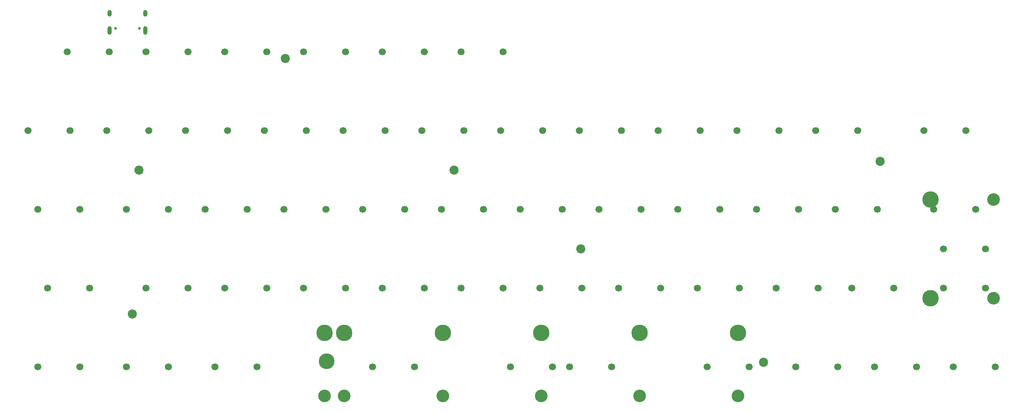
<source format=gbr>
G04 #@! TF.GenerationSoftware,KiCad,Pcbnew,(7.0.0)*
G04 #@! TF.CreationDate,2023-09-30T19:12:23+02:00*
G04 #@! TF.ProjectId,vootington gaming,766f6f74-696e-4677-946f-6e2067616d69,rev?*
G04 #@! TF.SameCoordinates,Original*
G04 #@! TF.FileFunction,Soldermask,Top*
G04 #@! TF.FilePolarity,Negative*
%FSLAX46Y46*%
G04 Gerber Fmt 4.6, Leading zero omitted, Abs format (unit mm)*
G04 Created by KiCad (PCBNEW (7.0.0)) date 2023-09-30 19:12:23*
%MOMM*%
%LPD*%
G01*
G04 APERTURE LIST*
%ADD10C,3.800000*%
%ADD11C,2.200000*%
%ADD12C,1.700000*%
%ADD13C,3.048000*%
%ADD14C,3.987800*%
%ADD15C,0.650000*%
%ADD16O,1.000000X1.600000*%
%ADD17O,1.000000X2.100000*%
G04 APERTURE END LIST*
D10*
X103662500Y-97024000D03*
D11*
X56715000Y-85573750D03*
D12*
X252888750Y-69850000D03*
X263048750Y-69850000D03*
D11*
X209309500Y-97302500D03*
D12*
X79057500Y-79375000D03*
X89217500Y-79375000D03*
X150495000Y-60325000D03*
X160655000Y-60325000D03*
X60007500Y-79375000D03*
X70167500Y-79375000D03*
X76676250Y-98425000D03*
X86836250Y-98425000D03*
X250507500Y-60325000D03*
X260667500Y-60325000D03*
X88582500Y-41275000D03*
X98742500Y-41275000D03*
X55245000Y-60325000D03*
X65405000Y-60325000D03*
X207645000Y-60325000D03*
X217805000Y-60325000D03*
X202882500Y-41275000D03*
X213042500Y-41275000D03*
X55245000Y-98425000D03*
X65405000Y-98425000D03*
X174307500Y-79375000D03*
X184467500Y-79375000D03*
X183832500Y-41275000D03*
X193992500Y-41275000D03*
D11*
X237562500Y-48674000D03*
D12*
X169545000Y-60325000D03*
X179705000Y-60325000D03*
X98107500Y-79375000D03*
X108267500Y-79375000D03*
X221932500Y-41275000D03*
X232092500Y-41275000D03*
X112395000Y-60325000D03*
X122555000Y-60325000D03*
X79057500Y-22225000D03*
X89217500Y-22225000D03*
X36195000Y-79375000D03*
X46355000Y-79375000D03*
X136207500Y-79375000D03*
X146367500Y-79375000D03*
X126682500Y-41275000D03*
X136842500Y-41275000D03*
X98107500Y-22225000D03*
X108267500Y-22225000D03*
X188595000Y-60325000D03*
X198755000Y-60325000D03*
X50482500Y-41275000D03*
X60642500Y-41275000D03*
X40957500Y-22225000D03*
X51117500Y-22225000D03*
D13*
X131762500Y-105410000D03*
D14*
X131762500Y-90170000D03*
D13*
X107950000Y-105410000D03*
D14*
X107950000Y-90170000D03*
D12*
X193357500Y-79375000D03*
X203517500Y-79375000D03*
X69532500Y-41275000D03*
X79692500Y-41275000D03*
X107632500Y-41275000D03*
X117792500Y-41275000D03*
D14*
X249713750Y-57943750D03*
X249713750Y-81756250D03*
D13*
X264953750Y-57943750D03*
X264953750Y-81756250D03*
D12*
X248126250Y-41275000D03*
X258286250Y-41275000D03*
X212407500Y-79375000D03*
X222567500Y-79375000D03*
X145732500Y-41275000D03*
X155892500Y-41275000D03*
X117157500Y-22225000D03*
X127317500Y-22225000D03*
X117157500Y-79375000D03*
X127317500Y-79375000D03*
X236220000Y-98425000D03*
X246380000Y-98425000D03*
D11*
X134512500Y-50800000D03*
D13*
X203193650Y-105410000D03*
D14*
X203193650Y-90170000D03*
D13*
X103181150Y-105410000D03*
D14*
X103181150Y-90170000D03*
D12*
X136207500Y-22225000D03*
X146367500Y-22225000D03*
X230663750Y-79375000D03*
X240823750Y-79375000D03*
X217170000Y-98425000D03*
X227330000Y-98425000D03*
X162401250Y-98425000D03*
X172561250Y-98425000D03*
X226695000Y-60325000D03*
X236855000Y-60325000D03*
X114776250Y-98425000D03*
X124936250Y-98425000D03*
X93345000Y-60325000D03*
X103505000Y-60325000D03*
X195738750Y-98425000D03*
X205898750Y-98425000D03*
X74295000Y-60325000D03*
X84455000Y-60325000D03*
X164782500Y-41275000D03*
X174942500Y-41275000D03*
X33813750Y-98425000D03*
X43973750Y-98425000D03*
X131445000Y-60325000D03*
X141605000Y-60325000D03*
X33813750Y-60325000D03*
X43973750Y-60325000D03*
X148107400Y-98425000D03*
X158267400Y-98425000D03*
X252888750Y-79375000D03*
X263048750Y-79375000D03*
X31432500Y-41275000D03*
X41592500Y-41275000D03*
D11*
X165162500Y-69850000D03*
D12*
X155257500Y-79375000D03*
X165417500Y-79375000D03*
X255270000Y-98425000D03*
X265430000Y-98425000D03*
X60007500Y-22225000D03*
X70167500Y-22225000D03*
D13*
X179387500Y-105410000D03*
D14*
X179387500Y-90170000D03*
D13*
X155575000Y-105410000D03*
D14*
X155575000Y-90170000D03*
D11*
X93662500Y-23812500D03*
X58312500Y-50800000D03*
D15*
X52609000Y-16490625D03*
X58389000Y-16490625D03*
D16*
X51178999Y-12840624D03*
D17*
X51178999Y-17020624D03*
D16*
X59818999Y-12840624D03*
D17*
X59818999Y-17020624D03*
M02*

</source>
